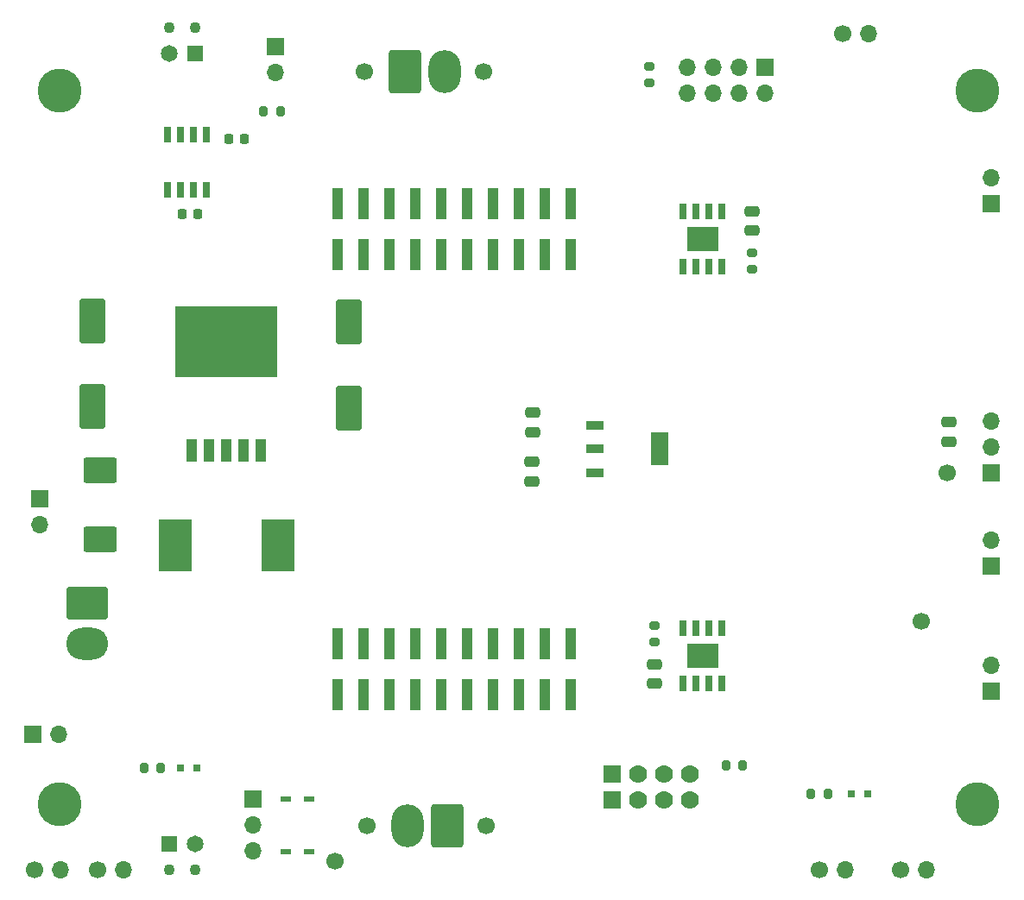
<source format=gts>
G04 #@! TF.GenerationSoftware,KiCad,Pcbnew,9.0.5*
G04 #@! TF.CreationDate,2025-12-23T11:29:20-06:00*
G04 #@! TF.ProjectId,MotorBoard,4d6f746f-7242-46f6-9172-642e6b696361,v7*
G04 #@! TF.SameCoordinates,Original*
G04 #@! TF.FileFunction,Soldermask,Top*
G04 #@! TF.FilePolarity,Negative*
%FSLAX46Y46*%
G04 Gerber Fmt 4.6, Leading zero omitted, Abs format (unit mm)*
G04 Created by KiCad (PCBNEW 9.0.5) date 2025-12-23 11:29:20*
%MOMM*%
%LPD*%
G01*
G04 APERTURE LIST*
G04 Aperture macros list*
%AMRoundRect*
0 Rectangle with rounded corners*
0 $1 Rounding radius*
0 $2 $3 $4 $5 $6 $7 $8 $9 X,Y pos of 4 corners*
0 Add a 4 corners polygon primitive as box body*
4,1,4,$2,$3,$4,$5,$6,$7,$8,$9,$2,$3,0*
0 Add four circle primitives for the rounded corners*
1,1,$1+$1,$2,$3*
1,1,$1+$1,$4,$5*
1,1,$1+$1,$6,$7*
1,1,$1+$1,$8,$9*
0 Add four rect primitives between the rounded corners*
20,1,$1+$1,$2,$3,$4,$5,0*
20,1,$1+$1,$4,$5,$6,$7,0*
20,1,$1+$1,$6,$7,$8,$9,0*
20,1,$1+$1,$8,$9,$2,$3,0*%
G04 Aperture macros list end*
%ADD10RoundRect,0.250000X-0.475000X0.250000X-0.475000X-0.250000X0.475000X-0.250000X0.475000X0.250000X0*%
%ADD11RoundRect,0.200000X-0.275000X0.200000X-0.275000X-0.200000X0.275000X-0.200000X0.275000X0.200000X0*%
%ADD12R,1.700000X1.700000*%
%ADD13O,1.700000X1.700000*%
%ADD14C,1.700000*%
%ADD15RoundRect,0.225000X0.225000X0.250000X-0.225000X0.250000X-0.225000X-0.250000X0.225000X-0.250000X0*%
%ADD16RoundRect,0.225000X-0.225000X-0.250000X0.225000X-0.250000X0.225000X0.250000X-0.225000X0.250000X0*%
%ADD17R,1.750000X0.950000*%
%ADD18R,1.750000X3.200000*%
%ADD19RoundRect,0.200000X-0.200000X-0.275000X0.200000X-0.275000X0.200000X0.275000X-0.200000X0.275000X0*%
%ADD20RoundRect,0.250000X0.475000X-0.250000X0.475000X0.250000X-0.475000X0.250000X-0.475000X-0.250000X0*%
%ADD21RoundRect,0.250000X-1.330000X-1.850000X1.330000X-1.850000X1.330000X1.850000X-1.330000X1.850000X0*%
%ADD22O,3.160000X4.200000*%
%ADD23RoundRect,0.250000X1.000000X-1.950000X1.000000X1.950000X-1.000000X1.950000X-1.000000X-1.950000X0*%
%ADD24R,1.778000X1.778000*%
%ADD25C,1.778000*%
%ADD26R,1.050000X0.500000*%
%ADD27C,4.318000*%
%ADD28R,3.200000X5.100000*%
%ADD29C,1.100000*%
%ADD30R,1.650000X1.650000*%
%ADD31C,1.650000*%
%ADD32R,1.000000X3.150000*%
%ADD33RoundRect,0.250000X1.330000X1.850000X-1.330000X1.850000X-1.330000X-1.850000X1.330000X-1.850000X0*%
%ADD34R,0.650000X1.525000*%
%ADD35R,3.100000X2.400000*%
%ADD36RoundRect,0.200000X0.275000X-0.200000X0.275000X0.200000X-0.275000X0.200000X-0.275000X-0.200000X0*%
%ADD37R,0.650000X1.528000*%
%ADD38R,0.800000X0.800000*%
%ADD39R,1.020000X2.160000*%
%ADD40R,10.000000X6.990000*%
%ADD41RoundRect,0.250000X1.400000X1.000000X-1.400000X1.000000X-1.400000X-1.000000X1.400000X-1.000000X0*%
%ADD42RoundRect,0.250000X-1.800000X1.330000X-1.800000X-1.330000X1.800000X-1.330000X1.800000X1.330000X0*%
%ADD43O,4.100000X3.160000*%
G04 APERTURE END LIST*
D10*
X100457000Y-72616000D03*
X100457000Y-74516000D03*
D11*
X111887000Y-38609000D03*
X111887000Y-40259000D03*
D12*
X75184000Y-36700000D03*
D13*
X75184000Y-39240000D03*
D14*
X57785000Y-117475000D03*
D13*
X60325000Y-117475000D03*
D15*
X67577000Y-53086000D03*
X66027000Y-53086000D03*
D16*
X70612000Y-45720000D03*
X72162000Y-45720000D03*
D17*
X106553000Y-73886000D03*
X106553000Y-76186000D03*
X106553000Y-78486000D03*
D18*
X112853000Y-76186000D03*
D19*
X119381000Y-107188000D03*
X121031000Y-107188000D03*
X62294000Y-107442000D03*
X63944000Y-107442000D03*
D20*
X112395000Y-99182000D03*
X112395000Y-97282000D03*
D21*
X87861000Y-39116000D03*
D22*
X91821000Y-39116000D03*
D23*
X82423000Y-72136000D03*
X82423000Y-63736000D03*
D12*
X145415000Y-78486000D03*
D13*
X145415000Y-75946000D03*
X145415000Y-73406000D03*
D14*
X130810000Y-35433000D03*
D13*
X133350000Y-35433000D03*
D11*
X112395000Y-93472000D03*
X112395000Y-95122000D03*
D14*
X95885000Y-113157000D03*
D24*
X108204000Y-110617000D03*
D25*
X110744000Y-110617000D03*
X113284000Y-110617000D03*
X115824000Y-110617000D03*
D24*
X108204000Y-108077000D03*
D25*
X110744000Y-108077000D03*
X113284000Y-108077000D03*
X115824000Y-108077000D03*
D26*
X78481000Y-115697000D03*
X76205000Y-115697000D03*
D12*
X123190000Y-38735000D03*
D13*
X120650000Y-38735000D03*
X118110000Y-38735000D03*
X115570000Y-38735000D03*
X115570000Y-41275000D03*
X118110000Y-41275000D03*
X120650000Y-41275000D03*
X123190000Y-41275000D03*
D12*
X145415000Y-99949000D03*
D13*
X145415000Y-97409000D03*
D14*
X138557000Y-93091000D03*
X51557000Y-117475000D03*
D13*
X54097000Y-117475000D03*
D27*
X144000000Y-41000000D03*
D28*
X65338000Y-85598000D03*
X75438000Y-85598000D03*
D27*
X144000000Y-111000000D03*
X54000000Y-41000000D03*
D20*
X100330000Y-79342000D03*
X100330000Y-77442000D03*
D29*
X67310000Y-34798000D03*
X64770000Y-34798000D03*
D30*
X67310000Y-37338000D03*
D31*
X64770000Y-37338000D03*
D32*
X81280000Y-100300000D03*
X81280000Y-95250000D03*
X83820000Y-100300000D03*
X83820000Y-95250000D03*
X86360000Y-100300000D03*
X86360000Y-95250000D03*
X88900000Y-100300000D03*
X88900000Y-95250000D03*
X91440000Y-100300000D03*
X91440000Y-95250000D03*
X93980000Y-100300000D03*
X93980000Y-95250000D03*
X96520000Y-100300000D03*
X96520000Y-95250000D03*
X99060000Y-100300000D03*
X99060000Y-95250000D03*
X101600000Y-100300000D03*
X101600000Y-95250000D03*
X104140000Y-100300000D03*
X104140000Y-95250000D03*
D14*
X128524000Y-117475000D03*
D13*
X131064000Y-117475000D03*
D27*
X54000000Y-111000000D03*
D19*
X74042000Y-43053000D03*
X75692000Y-43053000D03*
D33*
X92075000Y-113157000D03*
D22*
X88115000Y-113157000D03*
D29*
X64770000Y-117475000D03*
X67310000Y-117475000D03*
D30*
X64770000Y-114935000D03*
D31*
X67310000Y-114935000D03*
D34*
X118999000Y-93726000D03*
X117729000Y-93726000D03*
X116459000Y-93726000D03*
X115189000Y-93726000D03*
X115189000Y-99150000D03*
X116459000Y-99150000D03*
X117729000Y-99150000D03*
X118999000Y-99150000D03*
D35*
X117094000Y-96438000D03*
D14*
X84201000Y-113157000D03*
D12*
X52070000Y-81021000D03*
D13*
X52070000Y-83561000D03*
D36*
X121920000Y-58546000D03*
X121920000Y-56896000D03*
D37*
X64643000Y-50761000D03*
X65913000Y-50761000D03*
X67183000Y-50761000D03*
X68453000Y-50761000D03*
X68453000Y-45339000D03*
X67183000Y-45339000D03*
X65913000Y-45339000D03*
X64643000Y-45339000D03*
D19*
X127700000Y-109982000D03*
X129350000Y-109982000D03*
D14*
X136525000Y-117475000D03*
D13*
X139065000Y-117475000D03*
D12*
X145415000Y-52070000D03*
D13*
X145415000Y-49530000D03*
D32*
X81280000Y-57120000D03*
X81280000Y-52070000D03*
X83820000Y-57120000D03*
X83820000Y-52070000D03*
X86360000Y-57120000D03*
X86360000Y-52070000D03*
X88900000Y-57120000D03*
X88900000Y-52070000D03*
X91440000Y-57120000D03*
X91440000Y-52070000D03*
X93980000Y-57120000D03*
X93980000Y-52070000D03*
X96520000Y-57120000D03*
X96520000Y-52070000D03*
X99060000Y-57120000D03*
X99060000Y-52070000D03*
X101600000Y-57120000D03*
X101600000Y-52070000D03*
X104140000Y-57120000D03*
X104140000Y-52070000D03*
D14*
X81026000Y-116586000D03*
X141097000Y-78486000D03*
X95631000Y-39116000D03*
D34*
X115189000Y-58293000D03*
X116459000Y-58293000D03*
X117729000Y-58293000D03*
X118999000Y-58293000D03*
X118999000Y-52869000D03*
X117729000Y-52869000D03*
X116459000Y-52869000D03*
X115189000Y-52869000D03*
D35*
X117094000Y-55581000D03*
D12*
X51430000Y-104140000D03*
D13*
X53970000Y-104140000D03*
D38*
X67500000Y-107442000D03*
X65850000Y-107442000D03*
D26*
X78481000Y-110490000D03*
X76205000Y-110490000D03*
D14*
X83947000Y-39116000D03*
D20*
X141224000Y-75433000D03*
X141224000Y-73533000D03*
D10*
X121920000Y-52837000D03*
X121920000Y-54737000D03*
D39*
X66958000Y-76285000D03*
X68658000Y-76285000D03*
X70358000Y-76285000D03*
X72058000Y-76285000D03*
X73758000Y-76285000D03*
D40*
X70358000Y-65610000D03*
D23*
X57277000Y-72027000D03*
X57277000Y-63627000D03*
D41*
X58039000Y-85032000D03*
X58039000Y-78232000D03*
D12*
X73025000Y-110490000D03*
D13*
X73025000Y-113030000D03*
X73025000Y-115570000D03*
D38*
X133286000Y-109982000D03*
X131636000Y-109982000D03*
D12*
X145415000Y-87630000D03*
D13*
X145415000Y-85090000D03*
D42*
X56769000Y-91313000D03*
D43*
X56769000Y-95273000D03*
M02*

</source>
